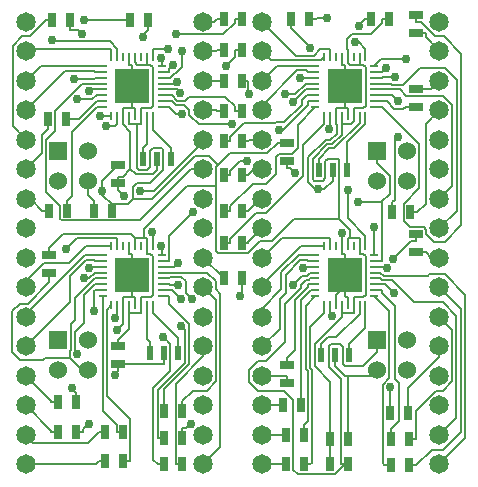
<source format=gtl>
G04 (created by PCBNEW (2013-jul-07)-stable) date Tue 07 Apr 2015 07:11:59 PM PDT*
%MOIN*%
G04 Gerber Fmt 3.4, Leading zero omitted, Abs format*
%FSLAX34Y34*%
G01*
G70*
G90*
G04 APERTURE LIST*
%ADD10C,0.00590551*%
%ADD11R,0.045X0.025*%
%ADD12R,0.0197X0.0512*%
%ADD13R,0.03X0.01*%
%ADD14R,0.01X0.03*%
%ADD15R,0.1181X0.1181*%
%ADD16R,0.025X0.045*%
%ADD17R,0.06X0.06*%
%ADD18C,0.06*%
%ADD19C,0.065*%
%ADD20C,0.03*%
%ADD21C,0.007*%
G04 APERTURE END LIST*
G54D10*
G54D11*
X23740Y-24975D03*
X23740Y-25575D03*
G54D12*
X25039Y-24763D03*
X25511Y-24763D03*
X24567Y-24763D03*
X25275Y-31220D03*
X25747Y-31220D03*
X24803Y-31220D03*
X30905Y-25118D03*
X31377Y-25118D03*
X30433Y-25118D03*
X30984Y-31299D03*
X31456Y-31299D03*
X30512Y-31299D03*
G54D11*
X23740Y-30999D03*
X23740Y-31599D03*
G54D13*
X23228Y-22834D03*
X23228Y-22637D03*
X23228Y-22440D03*
X23228Y-23031D03*
G54D14*
X23523Y-23326D03*
X23720Y-23326D03*
X23917Y-23326D03*
X24114Y-23326D03*
X24310Y-23326D03*
X24507Y-23326D03*
X24704Y-23326D03*
X24901Y-23326D03*
G54D13*
X25196Y-21653D03*
X25196Y-23031D03*
X25196Y-22834D03*
X25196Y-22637D03*
X25196Y-22440D03*
X25196Y-22244D03*
X25196Y-22047D03*
X25196Y-21850D03*
G54D14*
X24901Y-21358D03*
X24704Y-21358D03*
X24507Y-21358D03*
X24310Y-21358D03*
X24114Y-21358D03*
X23917Y-21358D03*
X23720Y-21358D03*
X23523Y-21358D03*
G54D13*
X23228Y-21653D03*
X23228Y-21850D03*
X23228Y-22047D03*
X23228Y-22244D03*
G54D15*
X24212Y-22342D03*
G54D13*
X23228Y-29133D03*
X23228Y-28936D03*
X23228Y-28739D03*
X23228Y-29330D03*
G54D14*
X23523Y-29625D03*
X23720Y-29625D03*
X23917Y-29625D03*
X24114Y-29625D03*
X24310Y-29625D03*
X24507Y-29625D03*
X24704Y-29625D03*
X24901Y-29625D03*
G54D13*
X25196Y-27952D03*
X25196Y-29330D03*
X25196Y-29133D03*
X25196Y-28936D03*
X25196Y-28739D03*
X25196Y-28543D03*
X25196Y-28346D03*
X25196Y-28149D03*
G54D14*
X24901Y-27657D03*
X24704Y-27657D03*
X24507Y-27657D03*
X24310Y-27657D03*
X24114Y-27657D03*
X23917Y-27657D03*
X23720Y-27657D03*
X23523Y-27657D03*
G54D13*
X23228Y-27952D03*
X23228Y-28149D03*
X23228Y-28346D03*
X23228Y-28543D03*
G54D15*
X24212Y-28641D03*
G54D13*
X30315Y-22834D03*
X30315Y-22637D03*
X30315Y-22440D03*
X30315Y-23031D03*
G54D14*
X30610Y-23326D03*
X30807Y-23326D03*
X31004Y-23326D03*
X31201Y-23326D03*
X31397Y-23326D03*
X31594Y-23326D03*
X31791Y-23326D03*
X31988Y-23326D03*
G54D13*
X32283Y-21653D03*
X32283Y-23031D03*
X32283Y-22834D03*
X32283Y-22637D03*
X32283Y-22440D03*
X32283Y-22244D03*
X32283Y-22047D03*
X32283Y-21850D03*
G54D14*
X31988Y-21358D03*
X31791Y-21358D03*
X31594Y-21358D03*
X31397Y-21358D03*
X31201Y-21358D03*
X31004Y-21358D03*
X30807Y-21358D03*
X30610Y-21358D03*
G54D13*
X30315Y-21653D03*
X30315Y-21850D03*
X30315Y-22047D03*
X30315Y-22244D03*
G54D15*
X31299Y-22342D03*
G54D13*
X30315Y-29133D03*
X30315Y-28936D03*
X30315Y-28739D03*
X30315Y-29330D03*
G54D14*
X30610Y-29625D03*
X30807Y-29625D03*
X31004Y-29625D03*
X31201Y-29625D03*
X31397Y-29625D03*
X31594Y-29625D03*
X31791Y-29625D03*
X31988Y-29625D03*
G54D13*
X32283Y-27952D03*
X32283Y-29330D03*
X32283Y-29133D03*
X32283Y-28936D03*
X32283Y-28739D03*
X32283Y-28543D03*
X32283Y-28346D03*
X32283Y-28149D03*
G54D14*
X31988Y-27657D03*
X31791Y-27657D03*
X31594Y-27657D03*
X31397Y-27657D03*
X31201Y-27657D03*
X31004Y-27657D03*
X30807Y-27657D03*
X30610Y-27657D03*
G54D13*
X30315Y-27952D03*
X30315Y-28149D03*
X30315Y-28346D03*
X30315Y-28543D03*
G54D15*
X31299Y-28641D03*
G54D11*
X29389Y-24227D03*
X29389Y-24827D03*
G54D16*
X30822Y-34094D03*
X31422Y-34094D03*
X32810Y-33228D03*
X33410Y-33228D03*
X32829Y-34094D03*
X33429Y-34094D03*
X32849Y-34960D03*
X33449Y-34960D03*
G54D11*
X33661Y-27259D03*
X33661Y-27859D03*
G54D16*
X29925Y-34940D03*
X29325Y-34940D03*
X29925Y-33956D03*
X29325Y-33956D03*
X29827Y-32972D03*
X29227Y-32972D03*
G54D11*
X29389Y-31629D03*
X29389Y-32229D03*
G54D16*
X32888Y-26535D03*
X33488Y-26535D03*
G54D11*
X33661Y-23016D03*
X33661Y-22416D03*
X33661Y-19975D03*
X33661Y-20575D03*
G54D16*
X29522Y-20078D03*
X30122Y-20078D03*
X27259Y-27559D03*
X27859Y-27559D03*
X27259Y-26476D03*
X27859Y-26476D03*
X27259Y-25295D03*
X27859Y-25295D03*
X27259Y-24173D03*
X27859Y-24173D03*
X25290Y-34940D03*
X25890Y-34940D03*
X25290Y-34055D03*
X25890Y-34055D03*
X25290Y-33169D03*
X25890Y-33169D03*
X27859Y-28740D03*
X27259Y-28740D03*
X23922Y-34842D03*
X23322Y-34842D03*
X23922Y-33858D03*
X23322Y-33858D03*
X22347Y-33858D03*
X21747Y-33858D03*
X22347Y-32874D03*
X21747Y-32874D03*
X27859Y-23149D03*
X27259Y-23149D03*
X27859Y-22165D03*
X27259Y-22165D03*
X27859Y-21141D03*
X27259Y-21141D03*
X27859Y-20078D03*
X27259Y-20078D03*
X24748Y-20118D03*
X24148Y-20118D03*
X22051Y-26476D03*
X21451Y-26476D03*
X21992Y-23425D03*
X21392Y-23425D03*
X22150Y-20118D03*
X21550Y-20118D03*
X31402Y-34921D03*
X30802Y-34921D03*
X32180Y-20078D03*
X32780Y-20078D03*
G54D11*
X21456Y-28548D03*
X21456Y-27948D03*
G54D16*
X22928Y-26476D03*
X23528Y-26476D03*
G54D17*
X21744Y-24500D03*
G54D18*
X21744Y-25500D03*
X22744Y-24500D03*
X22744Y-25500D03*
G54D17*
X21744Y-30799D03*
G54D18*
X21744Y-31799D03*
X22744Y-30799D03*
X22744Y-31799D03*
G54D17*
X32374Y-24500D03*
G54D18*
X32374Y-25500D03*
X33374Y-24500D03*
X33374Y-25500D03*
G54D17*
X32374Y-30799D03*
G54D18*
X32374Y-31799D03*
X33374Y-30799D03*
X33374Y-31799D03*
G54D19*
X28543Y-28051D03*
X28543Y-29035D03*
X28543Y-30019D03*
X28543Y-31003D03*
X28543Y-31988D03*
X28543Y-32972D03*
X28543Y-33956D03*
X28543Y-34940D03*
X34448Y-34940D03*
X34448Y-33956D03*
X34448Y-32972D03*
X34448Y-31988D03*
X34448Y-31003D03*
X34448Y-30019D03*
X34448Y-29035D03*
X34448Y-28051D03*
X28543Y-20177D03*
X28543Y-21161D03*
X28543Y-22145D03*
X28543Y-23129D03*
X28543Y-24114D03*
X28543Y-25098D03*
X28543Y-26082D03*
X28543Y-27066D03*
X34448Y-27066D03*
X34448Y-26082D03*
X34448Y-25098D03*
X34448Y-24114D03*
X34448Y-23129D03*
X34448Y-22145D03*
X34448Y-21161D03*
X34448Y-20177D03*
X20669Y-28051D03*
X20669Y-29035D03*
X20669Y-30019D03*
X20669Y-31003D03*
X20669Y-31988D03*
X20669Y-32972D03*
X20669Y-33956D03*
X20669Y-34940D03*
X26574Y-34940D03*
X26574Y-33956D03*
X26574Y-32972D03*
X26574Y-31988D03*
X26574Y-31003D03*
X26574Y-30019D03*
X26574Y-29035D03*
X26574Y-28051D03*
X20669Y-20177D03*
X20669Y-21161D03*
X20669Y-22145D03*
X20669Y-23129D03*
X20669Y-24114D03*
X20669Y-25098D03*
X20669Y-26082D03*
X20669Y-27066D03*
X26574Y-27066D03*
X26574Y-26082D03*
X26574Y-25098D03*
X26574Y-24114D03*
X26574Y-23129D03*
X26574Y-22145D03*
X26574Y-21161D03*
X26574Y-20177D03*
G54D20*
X23217Y-25811D03*
X22530Y-20586D03*
X22372Y-22775D03*
X22196Y-32392D03*
X22384Y-31269D03*
X22765Y-33585D03*
X22954Y-29832D03*
X28029Y-24840D03*
X29117Y-23783D03*
X24565Y-20678D03*
X23145Y-23327D03*
X25670Y-20597D03*
X23333Y-23669D03*
X27801Y-29341D03*
X23626Y-30046D03*
X30155Y-21064D03*
X30785Y-23769D03*
X32911Y-28085D03*
X30865Y-29999D03*
X27339Y-21653D03*
X25865Y-23247D03*
X28101Y-22585D03*
X27538Y-23609D03*
X25825Y-30322D03*
X25825Y-29431D03*
X25248Y-30706D03*
X25725Y-28957D03*
X33058Y-24029D03*
X33058Y-22835D03*
X32822Y-32375D03*
X32937Y-29238D03*
X25880Y-21168D03*
X25743Y-28217D03*
X32985Y-22039D03*
X32701Y-28398D03*
X25181Y-21383D03*
X25176Y-27670D03*
X33356Y-21440D03*
X32263Y-27039D03*
X32660Y-21740D03*
X25570Y-21625D03*
X26247Y-26534D03*
X31736Y-26207D03*
X29581Y-22865D03*
X22763Y-22508D03*
X31762Y-20310D03*
X21546Y-20782D03*
X22010Y-27755D03*
X24482Y-25829D03*
X22275Y-22082D03*
X22772Y-28378D03*
X29815Y-22069D03*
X29915Y-28393D03*
X22609Y-28739D03*
X29294Y-22604D03*
X29580Y-28957D03*
X25824Y-22562D03*
X26196Y-29438D03*
X25712Y-22181D03*
X24875Y-27190D03*
X25408Y-21084D03*
X31409Y-25803D03*
X31647Y-20873D03*
X23632Y-31949D03*
X30405Y-25761D03*
X29640Y-25232D03*
X31201Y-27235D03*
X23946Y-26007D03*
X23695Y-30474D03*
X26159Y-33584D03*
X30702Y-20045D03*
X22622Y-20118D03*
G54D21*
X24838Y-29370D02*
X24507Y-29370D01*
X24908Y-29301D02*
X24838Y-29370D01*
X24908Y-28002D02*
X24908Y-29301D01*
X24818Y-27912D02*
X24908Y-28002D01*
X24704Y-27912D02*
X24818Y-27912D01*
X24704Y-27657D02*
X24704Y-27912D01*
X24704Y-21358D02*
X24704Y-21578D01*
X30802Y-34921D02*
X30802Y-34591D01*
X31915Y-27912D02*
X31791Y-27912D01*
X31994Y-27991D02*
X31915Y-27912D01*
X31994Y-29294D02*
X31994Y-27991D01*
X31918Y-29370D02*
X31994Y-29294D01*
X31594Y-29370D02*
X31918Y-29370D01*
X31791Y-27657D02*
X31791Y-27912D01*
X24310Y-21538D02*
X24310Y-21358D01*
X24385Y-21613D02*
X24310Y-21538D01*
X24669Y-21613D02*
X24385Y-21613D01*
X24704Y-21578D02*
X24669Y-21613D01*
X24507Y-23326D02*
X24507Y-23071D01*
X24838Y-23071D02*
X24507Y-23071D01*
X24908Y-23002D02*
X24838Y-23071D01*
X24908Y-21702D02*
X24908Y-23002D01*
X24819Y-21613D02*
X24908Y-21702D01*
X24739Y-21613D02*
X24819Y-21613D01*
X24704Y-21578D02*
X24739Y-21613D01*
X24114Y-23326D02*
X24114Y-23581D01*
X24507Y-23581D02*
X24363Y-23581D01*
X24363Y-23581D02*
X24114Y-23581D01*
X24507Y-23326D02*
X24507Y-23581D01*
X31397Y-27657D02*
X31397Y-27402D01*
X23217Y-25811D02*
X23217Y-25811D01*
X23217Y-25956D02*
X23217Y-25811D01*
X23528Y-26266D02*
X23217Y-25956D01*
X23217Y-25497D02*
X23740Y-24975D01*
X23217Y-25811D02*
X23217Y-25497D01*
X31397Y-27402D02*
X31465Y-27402D01*
X31465Y-27402D02*
X31791Y-27402D01*
X31201Y-23326D02*
X31201Y-23581D01*
X31465Y-27111D02*
X31465Y-27402D01*
X31116Y-26762D02*
X31465Y-27111D01*
X31594Y-29533D02*
X31594Y-29370D01*
X31594Y-29533D02*
X31594Y-29625D01*
X31594Y-29880D02*
X31201Y-29880D01*
X31594Y-29625D02*
X31594Y-29880D01*
X31201Y-29625D02*
X31201Y-29880D01*
X30822Y-34571D02*
X30822Y-34094D01*
X30802Y-34591D02*
X30822Y-34571D01*
X31201Y-30023D02*
X31201Y-29880D01*
X30294Y-30931D02*
X31201Y-30023D01*
X30294Y-31674D02*
X30294Y-30931D01*
X30822Y-32202D02*
X30294Y-31674D01*
X30822Y-34094D02*
X30822Y-32202D01*
X31791Y-27657D02*
X31791Y-27402D01*
X24507Y-29533D02*
X24507Y-29370D01*
X24507Y-29533D02*
X24507Y-29625D01*
X24507Y-29625D02*
X24507Y-29880D01*
X24114Y-29625D02*
X24114Y-29880D01*
X23740Y-30999D02*
X23740Y-30769D01*
X24507Y-29880D02*
X24114Y-29880D01*
X31201Y-23955D02*
X31201Y-23581D01*
X30887Y-24268D02*
X31201Y-23955D01*
X30719Y-24268D02*
X30887Y-24268D01*
X30226Y-24761D02*
X30719Y-24268D01*
X30226Y-25439D02*
X30226Y-24761D01*
X30269Y-25483D02*
X30226Y-25439D01*
X30573Y-25483D02*
X30269Y-25483D01*
X30653Y-25402D02*
X30573Y-25483D01*
X30653Y-24840D02*
X30653Y-25402D01*
X30737Y-24756D02*
X30653Y-24840D01*
X31091Y-24756D02*
X30737Y-24756D01*
X31116Y-24782D02*
X31091Y-24756D01*
X31116Y-26762D02*
X31116Y-24782D01*
X23768Y-30769D02*
X23740Y-30769D01*
X24114Y-30423D02*
X23768Y-30769D01*
X24114Y-29880D02*
X24114Y-30423D01*
X29389Y-24227D02*
X29059Y-24227D01*
X23528Y-26266D02*
X23528Y-26476D01*
X24227Y-25704D02*
X24227Y-26107D01*
X24382Y-25549D02*
X24227Y-25704D01*
X24813Y-25549D02*
X24382Y-25549D01*
X25243Y-25119D02*
X24813Y-25549D01*
X25243Y-24444D02*
X25243Y-25119D01*
X25200Y-24402D02*
X25243Y-24444D01*
X24897Y-24402D02*
X25200Y-24402D01*
X24803Y-24496D02*
X24897Y-24402D01*
X24803Y-25032D02*
X24803Y-24496D01*
X24710Y-25124D02*
X24803Y-25032D01*
X24425Y-25124D02*
X24710Y-25124D01*
X24363Y-25063D02*
X24425Y-25124D01*
X24363Y-23581D02*
X24363Y-25063D01*
X26759Y-24664D02*
X27067Y-24972D01*
X26315Y-24664D02*
X26759Y-24664D01*
X24872Y-26107D02*
X26315Y-24664D01*
X24227Y-26107D02*
X24872Y-26107D01*
X28711Y-24575D02*
X29059Y-24227D01*
X27464Y-24575D02*
X28711Y-24575D01*
X27067Y-24972D02*
X27464Y-24575D01*
X24068Y-26266D02*
X23528Y-26266D01*
X24227Y-26107D02*
X24068Y-26266D01*
X24704Y-27657D02*
X24704Y-27402D01*
X27013Y-27841D02*
X27013Y-25651D01*
X27061Y-27889D02*
X27013Y-27841D01*
X28072Y-27889D02*
X27061Y-27889D01*
X28464Y-27497D02*
X28072Y-27889D01*
X28880Y-27497D02*
X28464Y-27497D01*
X29615Y-26762D02*
X28880Y-27497D01*
X31116Y-26762D02*
X29615Y-26762D01*
X27013Y-25026D02*
X27067Y-24972D01*
X27013Y-25651D02*
X27013Y-25026D01*
X24598Y-27103D02*
X24598Y-27402D01*
X26050Y-25651D02*
X24598Y-27103D01*
X27013Y-25651D02*
X26050Y-25651D01*
X24310Y-27402D02*
X24598Y-27402D01*
X24598Y-27402D02*
X24704Y-27402D01*
X24310Y-27657D02*
X24310Y-27402D01*
X24170Y-27262D02*
X24310Y-27402D01*
X21912Y-27262D02*
X24170Y-27262D01*
X21456Y-27717D02*
X21912Y-27262D01*
X21456Y-27948D02*
X21456Y-27717D01*
X31594Y-23498D02*
X31594Y-23326D01*
X31511Y-23581D02*
X31594Y-23498D01*
X31201Y-23581D02*
X31511Y-23581D01*
X31915Y-21613D02*
X31791Y-21613D01*
X31994Y-21692D02*
X31915Y-21613D01*
X31994Y-22995D02*
X31994Y-21692D01*
X31918Y-23071D02*
X31994Y-22995D01*
X31594Y-23071D02*
X31918Y-23071D01*
X31594Y-23326D02*
X31594Y-23071D01*
X31791Y-21358D02*
X31791Y-21613D01*
X31397Y-21546D02*
X31397Y-21358D01*
X31464Y-21613D02*
X31397Y-21546D01*
X31791Y-21613D02*
X31464Y-21613D01*
X32550Y-20222D02*
X32550Y-20078D01*
X32189Y-20583D02*
X32550Y-20222D01*
X31548Y-20583D02*
X32189Y-20583D01*
X31380Y-20751D02*
X31548Y-20583D01*
X31380Y-21086D02*
X31380Y-20751D01*
X31397Y-21103D02*
X31380Y-21086D01*
X31397Y-21358D02*
X31397Y-21103D01*
X32780Y-20078D02*
X32550Y-20078D01*
X23025Y-22637D02*
X23228Y-22637D01*
X22888Y-22775D02*
X23025Y-22637D01*
X22372Y-22775D02*
X22888Y-22775D01*
X22150Y-20118D02*
X22150Y-20448D01*
X22392Y-20448D02*
X22530Y-20586D01*
X22150Y-20448D02*
X22392Y-20448D01*
X22347Y-32874D02*
X22347Y-32543D01*
X22347Y-32543D02*
X22196Y-32392D01*
X22971Y-28936D02*
X23228Y-28936D01*
X22599Y-29308D02*
X22971Y-28936D01*
X22599Y-30240D02*
X22599Y-29308D01*
X22321Y-30519D02*
X22599Y-30240D01*
X22321Y-31206D02*
X22321Y-30519D01*
X22384Y-31269D02*
X22321Y-31206D01*
X27259Y-24173D02*
X27489Y-24173D01*
X30315Y-22637D02*
X30060Y-22637D01*
X27489Y-24029D02*
X27489Y-24173D01*
X27948Y-23569D02*
X27489Y-24029D01*
X28970Y-23569D02*
X27948Y-23569D01*
X29012Y-23528D02*
X28970Y-23569D01*
X29280Y-23528D02*
X29012Y-23528D01*
X29862Y-22946D02*
X29280Y-23528D01*
X29862Y-22801D02*
X29862Y-22946D01*
X30026Y-22637D02*
X29862Y-22801D01*
X30060Y-22637D02*
X30026Y-22637D01*
X29389Y-31629D02*
X29389Y-31399D01*
X30315Y-28936D02*
X30060Y-28936D01*
X30060Y-29037D02*
X30060Y-28936D01*
X29651Y-29446D02*
X30060Y-29037D01*
X29651Y-31137D02*
X29651Y-29446D01*
X29389Y-31399D02*
X29651Y-31137D01*
X21992Y-23425D02*
X22223Y-23425D01*
X23042Y-22834D02*
X23228Y-22834D01*
X22451Y-23425D02*
X23042Y-22834D01*
X22223Y-23425D02*
X22451Y-23425D01*
X22577Y-33773D02*
X22765Y-33585D01*
X22577Y-33858D02*
X22577Y-33773D01*
X23228Y-29133D02*
X22973Y-29133D01*
X22347Y-33858D02*
X22577Y-33858D01*
X22954Y-29153D02*
X22973Y-29133D01*
X22954Y-29832D02*
X22954Y-29153D01*
X30060Y-22951D02*
X30060Y-22834D01*
X29228Y-23783D02*
X30060Y-22951D01*
X29117Y-23783D02*
X29228Y-23783D01*
X30315Y-22834D02*
X30060Y-22834D01*
X27800Y-24840D02*
X28029Y-24840D01*
X27489Y-25151D02*
X27800Y-24840D01*
X27489Y-25295D02*
X27489Y-25151D01*
X27259Y-25295D02*
X27489Y-25295D01*
X29827Y-32972D02*
X29827Y-32642D01*
X30161Y-29133D02*
X30315Y-29133D01*
X29827Y-29467D02*
X30161Y-29133D01*
X29827Y-32642D02*
X29827Y-29467D01*
X23043Y-23031D02*
X23228Y-23031D01*
X22215Y-23859D02*
X23043Y-23031D01*
X22215Y-25982D02*
X22215Y-23859D01*
X22051Y-26146D02*
X22215Y-25982D01*
X22051Y-26476D02*
X22051Y-26146D01*
X23228Y-33164D02*
X23228Y-29330D01*
X23691Y-33628D02*
X23228Y-33164D01*
X23691Y-33858D02*
X23691Y-33628D01*
X23922Y-33858D02*
X23691Y-33858D01*
X29730Y-23616D02*
X30315Y-23031D01*
X29730Y-24390D02*
X29730Y-23616D01*
X29533Y-24587D02*
X29730Y-24390D01*
X29122Y-24587D02*
X29533Y-24587D01*
X29000Y-24709D02*
X29122Y-24587D01*
X29000Y-25256D02*
X29000Y-24709D01*
X28666Y-25590D02*
X29000Y-25256D01*
X28231Y-25590D02*
X28666Y-25590D01*
X27489Y-26332D02*
X28231Y-25590D01*
X27489Y-26476D02*
X27489Y-26332D01*
X27259Y-26476D02*
X27489Y-26476D01*
X29925Y-33956D02*
X29925Y-33626D01*
X30062Y-33490D02*
X29925Y-33626D01*
X30062Y-31839D02*
X30062Y-33490D01*
X29995Y-31772D02*
X30062Y-31839D01*
X29995Y-29650D02*
X29995Y-31772D01*
X30315Y-29330D02*
X29995Y-29650D01*
X23522Y-23327D02*
X23523Y-23326D01*
X23145Y-23327D02*
X23522Y-23327D01*
X24748Y-20118D02*
X24748Y-20448D01*
X24565Y-20631D02*
X24565Y-20678D01*
X24748Y-20448D02*
X24565Y-20631D01*
X23368Y-29780D02*
X23523Y-29625D01*
X23368Y-32646D02*
X23368Y-29780D01*
X24152Y-33430D02*
X23368Y-32646D01*
X24152Y-34842D02*
X24152Y-33430D01*
X23922Y-34842D02*
X24152Y-34842D01*
X29908Y-24283D02*
X30610Y-23581D01*
X29908Y-25332D02*
X29908Y-24283D01*
X28666Y-26574D02*
X29908Y-25332D01*
X28335Y-26574D02*
X28666Y-26574D01*
X27489Y-27420D02*
X28335Y-26574D01*
X27489Y-27559D02*
X27489Y-27420D01*
X27259Y-27559D02*
X27489Y-27559D01*
X30610Y-23326D02*
X30610Y-23581D01*
X30136Y-30355D02*
X30610Y-29880D01*
X30136Y-31714D02*
X30136Y-30355D01*
X30204Y-31783D02*
X30136Y-31714D01*
X30204Y-34892D02*
X30204Y-31783D01*
X30156Y-34940D02*
X30204Y-34892D01*
X29925Y-34940D02*
X30156Y-34940D01*
X30610Y-29625D02*
X30610Y-29880D01*
X23720Y-23326D02*
X23720Y-23581D01*
X27859Y-20078D02*
X27628Y-20078D01*
X23633Y-23669D02*
X23333Y-23669D01*
X23720Y-23581D02*
X23633Y-23669D01*
X25680Y-20607D02*
X25670Y-20597D01*
X27244Y-20607D02*
X25680Y-20607D01*
X27628Y-20222D02*
X27244Y-20607D01*
X27628Y-20078D02*
X27628Y-20222D01*
X27859Y-29283D02*
X27801Y-29341D01*
X27859Y-28740D02*
X27859Y-29283D01*
X23720Y-29952D02*
X23626Y-30046D01*
X23720Y-29625D02*
X23720Y-29952D01*
X29522Y-20078D02*
X29522Y-20408D01*
X30807Y-23747D02*
X30785Y-23769D01*
X30807Y-23326D02*
X30807Y-23747D01*
X30155Y-21041D02*
X30155Y-21064D01*
X29522Y-20408D02*
X30155Y-21041D01*
X30807Y-29941D02*
X30865Y-29999D01*
X30807Y-29625D02*
X30807Y-29941D01*
X33661Y-27259D02*
X33661Y-27489D01*
X33507Y-27489D02*
X32911Y-28085D01*
X33661Y-27489D02*
X33507Y-27489D01*
X27628Y-21363D02*
X27339Y-21653D01*
X27628Y-21141D02*
X27628Y-21363D01*
X25667Y-23247D02*
X25451Y-23031D01*
X25865Y-23247D02*
X25667Y-23247D01*
X25196Y-23031D02*
X25451Y-23031D01*
X27859Y-21141D02*
X27628Y-21141D01*
X25451Y-29585D02*
X25451Y-29330D01*
X26112Y-30247D02*
X25451Y-29585D01*
X26112Y-31604D02*
X26112Y-30247D01*
X25290Y-32426D02*
X26112Y-31604D01*
X25290Y-33169D02*
X25290Y-32426D01*
X25196Y-29330D02*
X25451Y-29330D01*
X33779Y-24272D02*
X32538Y-23031D01*
X33779Y-25741D02*
X33779Y-24272D01*
X33258Y-26261D02*
X33779Y-25741D01*
X33258Y-26817D02*
X33258Y-26261D01*
X33469Y-27028D02*
X33258Y-26817D01*
X33934Y-27028D02*
X33469Y-27028D01*
X34018Y-27113D02*
X33934Y-27028D01*
X34018Y-27253D02*
X34018Y-27113D01*
X34276Y-27511D02*
X34018Y-27253D01*
X34638Y-27511D02*
X34276Y-27511D01*
X35177Y-26972D02*
X34638Y-27511D01*
X35177Y-21253D02*
X35177Y-26972D01*
X34593Y-20669D02*
X35177Y-21253D01*
X34308Y-20669D02*
X34593Y-20669D01*
X33844Y-20205D02*
X34308Y-20669D01*
X33661Y-20205D02*
X33844Y-20205D01*
X33661Y-19975D02*
X33661Y-20205D01*
X32283Y-23031D02*
X32538Y-23031D01*
X32849Y-34960D02*
X32619Y-34960D01*
X32560Y-34901D02*
X32619Y-34960D01*
X32560Y-32276D02*
X32560Y-34901D01*
X32779Y-32057D02*
X32560Y-32276D01*
X32779Y-29826D02*
X32779Y-32057D01*
X32283Y-29330D02*
X32779Y-29826D01*
X28089Y-22573D02*
X28101Y-22585D01*
X28089Y-22165D02*
X28089Y-22573D01*
X27859Y-22165D02*
X28089Y-22165D01*
X25536Y-22834D02*
X25196Y-22834D01*
X25660Y-22958D02*
X25536Y-22834D01*
X25937Y-22958D02*
X25660Y-22958D01*
X26120Y-23141D02*
X25937Y-22958D01*
X26120Y-23305D02*
X26120Y-23141D01*
X26425Y-23609D02*
X26120Y-23305D01*
X27538Y-23609D02*
X26425Y-23609D01*
X25290Y-34055D02*
X25060Y-34055D01*
X25965Y-30461D02*
X25825Y-30322D01*
X25965Y-31553D02*
X25965Y-30461D01*
X25060Y-32458D02*
X25965Y-31553D01*
X25060Y-34055D02*
X25060Y-32458D01*
X25528Y-29133D02*
X25825Y-29431D01*
X25196Y-29133D02*
X25528Y-29133D01*
X33661Y-23016D02*
X33331Y-23016D01*
X33256Y-23090D02*
X33331Y-23016D01*
X32953Y-23090D02*
X33256Y-23090D01*
X32696Y-22834D02*
X32953Y-23090D01*
X32283Y-22834D02*
X32696Y-22834D01*
X32538Y-29229D02*
X32538Y-29133D01*
X32968Y-29660D02*
X32538Y-29229D01*
X32968Y-32088D02*
X32968Y-29660D01*
X33094Y-32214D02*
X32968Y-32088D01*
X33094Y-33499D02*
X33094Y-32214D01*
X32829Y-33764D02*
X33094Y-33499D01*
X32829Y-34094D02*
X32829Y-33764D01*
X32283Y-29133D02*
X32538Y-29133D01*
X27859Y-23149D02*
X27628Y-23149D01*
X27628Y-23005D02*
X27628Y-23149D01*
X27305Y-22682D02*
X27628Y-23005D01*
X26097Y-22682D02*
X27305Y-22682D01*
X25961Y-22817D02*
X26097Y-22682D01*
X25718Y-22817D02*
X25961Y-22817D01*
X25538Y-22637D02*
X25718Y-22817D01*
X25196Y-22637D02*
X25538Y-22637D01*
X25264Y-30706D02*
X25248Y-30706D01*
X25479Y-30920D02*
X25264Y-30706D01*
X25479Y-31841D02*
X25479Y-30920D01*
X24920Y-32400D02*
X25479Y-31841D01*
X24920Y-34800D02*
X24920Y-32400D01*
X25060Y-34940D02*
X24920Y-34800D01*
X25196Y-28936D02*
X25451Y-28936D01*
X25290Y-34940D02*
X25060Y-34940D01*
X25472Y-28957D02*
X25451Y-28936D01*
X25725Y-28957D02*
X25472Y-28957D01*
X32283Y-22637D02*
X32538Y-22637D01*
X32888Y-26535D02*
X32888Y-26205D01*
X32968Y-24119D02*
X33058Y-24029D01*
X32968Y-26125D02*
X32968Y-24119D01*
X32888Y-26205D02*
X32968Y-26125D01*
X32860Y-22637D02*
X33058Y-22835D01*
X32538Y-22637D02*
X32860Y-22637D01*
X32810Y-33228D02*
X32810Y-32898D01*
X32822Y-32886D02*
X32822Y-32375D01*
X32810Y-32898D02*
X32822Y-32886D01*
X32636Y-28936D02*
X32937Y-29238D01*
X32283Y-28936D02*
X32636Y-28936D01*
X25880Y-21677D02*
X25880Y-21168D01*
X25676Y-21881D02*
X25880Y-21677D01*
X25647Y-21881D02*
X25676Y-21881D01*
X25480Y-22047D02*
X25647Y-21881D01*
X25196Y-22047D02*
X25480Y-22047D01*
X25613Y-28346D02*
X25743Y-28217D01*
X25196Y-28346D02*
X25613Y-28346D01*
X32283Y-22047D02*
X32538Y-22047D01*
X32546Y-22039D02*
X32985Y-22039D01*
X32538Y-22047D02*
X32546Y-22039D01*
X32649Y-28346D02*
X32283Y-28346D01*
X32701Y-28398D02*
X32649Y-28346D01*
X25196Y-21398D02*
X25196Y-21653D01*
X25181Y-21383D02*
X25196Y-21398D01*
X25196Y-27690D02*
X25196Y-27952D01*
X25176Y-27670D02*
X25196Y-27690D01*
X32495Y-21440D02*
X32283Y-21653D01*
X33356Y-21440D02*
X32495Y-21440D01*
X32283Y-27059D02*
X32283Y-27952D01*
X32263Y-27039D02*
X32283Y-27059D01*
X32374Y-24500D02*
X32374Y-24905D01*
X32283Y-21850D02*
X32538Y-21850D01*
X25196Y-21850D02*
X25451Y-21850D01*
X25451Y-21745D02*
X25570Y-21625D01*
X25451Y-21850D02*
X25451Y-21745D01*
X25196Y-28149D02*
X25451Y-28149D01*
X25451Y-27330D02*
X26247Y-26534D01*
X25451Y-28149D02*
X25451Y-27330D01*
X32791Y-25322D02*
X32374Y-24905D01*
X32791Y-25939D02*
X32791Y-25322D01*
X32522Y-26207D02*
X32791Y-25939D01*
X32648Y-21740D02*
X32660Y-21740D01*
X32538Y-21850D02*
X32648Y-21740D01*
X31736Y-26207D02*
X32522Y-26207D01*
X32538Y-26223D02*
X32538Y-28149D01*
X32522Y-26207D02*
X32538Y-26223D01*
X32283Y-28149D02*
X32538Y-28149D01*
X22744Y-25962D02*
X22928Y-26146D01*
X22744Y-25500D02*
X22744Y-25962D01*
X22928Y-26476D02*
X22928Y-26146D01*
X30315Y-22440D02*
X30060Y-22440D01*
X22831Y-22440D02*
X22763Y-22508D01*
X23228Y-22440D02*
X22831Y-22440D01*
X30006Y-22440D02*
X29581Y-22865D01*
X30060Y-22440D02*
X30006Y-22440D01*
X32180Y-20078D02*
X31950Y-20078D01*
X31950Y-20123D02*
X31762Y-20310D01*
X31950Y-20078D02*
X31950Y-20123D01*
X23228Y-28739D02*
X22973Y-28739D01*
X22534Y-31799D02*
X22129Y-31394D01*
X22744Y-31799D02*
X22534Y-31799D01*
X21456Y-28861D02*
X21456Y-28548D01*
X20740Y-29577D02*
X21456Y-28861D01*
X20479Y-29577D02*
X20740Y-29577D01*
X20222Y-29834D02*
X20479Y-29577D01*
X20222Y-31178D02*
X20222Y-29834D01*
X20488Y-31445D02*
X20222Y-31178D01*
X21251Y-31445D02*
X20488Y-31445D01*
X21302Y-31394D02*
X21251Y-31445D01*
X22129Y-31394D02*
X21302Y-31394D01*
X22970Y-28739D02*
X22973Y-28739D01*
X22319Y-29390D02*
X22970Y-28739D01*
X22319Y-30120D02*
X22319Y-29390D01*
X22181Y-30258D02*
X22319Y-30120D01*
X22181Y-31111D02*
X22181Y-30258D01*
X22129Y-31163D02*
X22181Y-31111D01*
X22129Y-31394D02*
X22129Y-31163D01*
X31172Y-32109D02*
X31172Y-34921D01*
X30771Y-31708D02*
X31172Y-32109D01*
X30771Y-30993D02*
X30771Y-31708D01*
X30827Y-30938D02*
X30771Y-30993D01*
X31152Y-30938D02*
X30827Y-30938D01*
X31252Y-31038D02*
X31152Y-30938D01*
X31252Y-31598D02*
X31252Y-31038D01*
X31314Y-31660D02*
X31252Y-31598D01*
X31917Y-31660D02*
X31314Y-31660D01*
X32374Y-31204D02*
X31917Y-31660D01*
X32374Y-30799D02*
X32374Y-31204D01*
X31402Y-34921D02*
X31287Y-34921D01*
X31287Y-34921D02*
X31172Y-34921D01*
X30151Y-28739D02*
X30315Y-28739D01*
X30101Y-28788D02*
X30151Y-28739D01*
X30003Y-28788D02*
X30101Y-28788D01*
X29835Y-28956D02*
X30003Y-28788D01*
X29835Y-29063D02*
X29835Y-28956D01*
X29319Y-29579D02*
X29835Y-29063D01*
X29319Y-30852D02*
X29319Y-29579D01*
X28676Y-31496D02*
X29319Y-30852D01*
X28400Y-31496D02*
X28676Y-31496D01*
X28109Y-31787D02*
X28400Y-31496D01*
X28109Y-32191D02*
X28109Y-31787D01*
X28398Y-32480D02*
X28109Y-32191D01*
X29260Y-32480D02*
X28398Y-32480D01*
X29579Y-32799D02*
X29260Y-32480D01*
X29579Y-35114D02*
X29579Y-32799D01*
X29735Y-35271D02*
X29579Y-35114D01*
X30980Y-35271D02*
X29735Y-35271D01*
X31287Y-34963D02*
X30980Y-35271D01*
X31287Y-34921D02*
X31287Y-34963D01*
X23720Y-21089D02*
X23720Y-21358D01*
X23472Y-20841D02*
X23720Y-21089D01*
X21605Y-20841D02*
X23472Y-20841D01*
X21546Y-20782D02*
X21605Y-20841D01*
X23720Y-27657D02*
X23720Y-27402D01*
X22363Y-27402D02*
X23720Y-27402D01*
X22010Y-27755D02*
X22363Y-27402D01*
X30807Y-21358D02*
X30807Y-21103D01*
X30477Y-21103D02*
X30807Y-21103D01*
X30261Y-21319D02*
X30477Y-21103D01*
X29685Y-21319D02*
X30261Y-21319D01*
X28543Y-20177D02*
X29685Y-21319D01*
X30807Y-27657D02*
X30807Y-27402D01*
X29191Y-27402D02*
X30807Y-27402D01*
X28543Y-28051D02*
X29191Y-27402D01*
X20727Y-21103D02*
X23523Y-21103D01*
X20669Y-21161D02*
X20727Y-21103D01*
X23523Y-21358D02*
X23523Y-21103D01*
X20669Y-28817D02*
X20669Y-29035D01*
X21267Y-28219D02*
X20669Y-28817D01*
X22112Y-28219D02*
X21267Y-28219D01*
X22673Y-27657D02*
X22112Y-28219D01*
X23523Y-27657D02*
X22673Y-27657D01*
X30508Y-21459D02*
X30610Y-21358D01*
X28841Y-21459D02*
X30508Y-21459D01*
X28543Y-21161D02*
X28841Y-21459D01*
X29850Y-27657D02*
X30610Y-27657D01*
X28543Y-28965D02*
X29850Y-27657D01*
X28543Y-29035D02*
X28543Y-28965D01*
X21161Y-21653D02*
X23228Y-21653D01*
X20669Y-22145D02*
X21161Y-21653D01*
X22630Y-27952D02*
X23228Y-27952D01*
X20669Y-29913D02*
X22630Y-27952D01*
X20669Y-30019D02*
X20669Y-29913D01*
X30315Y-21653D02*
X30060Y-21653D01*
X29035Y-21653D02*
X28543Y-22145D01*
X30060Y-21653D02*
X29035Y-21653D01*
X30315Y-27952D02*
X30060Y-27952D01*
X29761Y-27952D02*
X30060Y-27952D01*
X29185Y-28528D02*
X29761Y-27952D01*
X29185Y-29103D02*
X29185Y-28528D01*
X28543Y-29745D02*
X29185Y-29103D01*
X28543Y-30019D02*
X28543Y-29745D01*
X23228Y-21850D02*
X22973Y-21850D01*
X22947Y-21824D02*
X22973Y-21850D01*
X21974Y-21824D02*
X22947Y-21824D01*
X20669Y-23129D02*
X21974Y-21824D01*
X23228Y-28149D02*
X22973Y-28149D01*
X22937Y-28113D02*
X22973Y-28149D01*
X22676Y-28113D02*
X22937Y-28113D01*
X22136Y-28653D02*
X22676Y-28113D01*
X22136Y-29536D02*
X22136Y-28653D01*
X20669Y-31003D02*
X22136Y-29536D01*
X30018Y-21808D02*
X30060Y-21850D01*
X29716Y-21808D02*
X30018Y-21808D01*
X28543Y-22981D02*
X29716Y-21808D01*
X28543Y-23129D02*
X28543Y-22981D01*
X30315Y-21850D02*
X30060Y-21850D01*
X30315Y-28149D02*
X30060Y-28149D01*
X30048Y-28138D02*
X30060Y-28149D01*
X29808Y-28138D02*
X30048Y-28138D01*
X29325Y-28621D02*
X29808Y-28138D01*
X29325Y-29219D02*
X29325Y-28621D01*
X29127Y-29417D02*
X29325Y-29219D01*
X29127Y-30419D02*
X29127Y-29417D01*
X28543Y-31003D02*
X29127Y-30419D01*
X23228Y-22047D02*
X22973Y-22047D01*
X22938Y-22082D02*
X22275Y-22082D01*
X22973Y-22047D02*
X22938Y-22082D01*
X24951Y-25829D02*
X24482Y-25829D01*
X26574Y-24206D02*
X24951Y-25829D01*
X26574Y-24114D02*
X26574Y-24206D01*
X22804Y-28346D02*
X22772Y-28378D01*
X23228Y-28346D02*
X22804Y-28346D01*
X30315Y-22047D02*
X30060Y-22047D01*
X30037Y-22069D02*
X30060Y-22047D01*
X29815Y-22069D02*
X30037Y-22069D01*
X29962Y-28346D02*
X30315Y-28346D01*
X29915Y-28393D02*
X29962Y-28346D01*
X22539Y-22244D02*
X23228Y-22244D01*
X21637Y-23146D02*
X22539Y-22244D01*
X21637Y-23827D02*
X21637Y-23146D01*
X21338Y-24125D02*
X21637Y-23827D01*
X21338Y-25852D02*
X21338Y-24125D01*
X21817Y-26331D02*
X21338Y-25852D01*
X21817Y-26765D02*
X21817Y-26331D01*
X21858Y-26806D02*
X21817Y-26765D01*
X24458Y-26806D02*
X21858Y-26806D01*
X26166Y-25098D02*
X24458Y-26806D01*
X26574Y-25098D02*
X26166Y-25098D01*
X22968Y-28543D02*
X23228Y-28543D01*
X22772Y-28739D02*
X22968Y-28543D01*
X22609Y-28739D02*
X22772Y-28739D01*
X30002Y-22244D02*
X30315Y-22244D01*
X29641Y-22604D02*
X30002Y-22244D01*
X29294Y-22604D02*
X29641Y-22604D01*
X29889Y-28648D02*
X29580Y-28957D01*
X30043Y-28648D02*
X29889Y-28648D01*
X30148Y-28543D02*
X30043Y-28648D01*
X30315Y-28543D02*
X30148Y-28543D01*
X25701Y-22440D02*
X25824Y-22562D01*
X25196Y-22440D02*
X25701Y-22440D01*
X25196Y-28739D02*
X25451Y-28739D01*
X25492Y-28698D02*
X25451Y-28739D01*
X25851Y-28698D02*
X25492Y-28698D01*
X25991Y-28838D02*
X25851Y-28698D01*
X25991Y-29232D02*
X25991Y-28838D01*
X26196Y-29438D02*
X25991Y-29232D01*
X34881Y-25649D02*
X34448Y-26082D01*
X34881Y-22951D02*
X34881Y-25649D01*
X34580Y-22650D02*
X34881Y-22951D01*
X33353Y-22650D02*
X34580Y-22650D01*
X33143Y-22440D02*
X33353Y-22650D01*
X32283Y-22440D02*
X33143Y-22440D01*
X35019Y-33386D02*
X34448Y-33956D01*
X35019Y-29977D02*
X35019Y-33386D01*
X34569Y-29527D02*
X35019Y-29977D01*
X33620Y-29527D02*
X34569Y-29527D01*
X32886Y-28793D02*
X33620Y-29527D01*
X32537Y-28793D02*
X32886Y-28793D01*
X32483Y-28739D02*
X32537Y-28793D01*
X32283Y-28739D02*
X32483Y-28739D01*
X25649Y-22244D02*
X25712Y-22181D01*
X25196Y-22244D02*
X25649Y-22244D01*
X26720Y-28543D02*
X25196Y-28543D01*
X27005Y-28829D02*
X26720Y-28543D01*
X27005Y-29103D02*
X27005Y-28829D01*
X27149Y-29246D02*
X27005Y-29103D01*
X27149Y-34366D02*
X27149Y-29246D01*
X26574Y-34940D02*
X27149Y-34366D01*
X35037Y-26478D02*
X34448Y-27066D01*
X35037Y-22123D02*
X35037Y-26478D01*
X34626Y-21712D02*
X35037Y-22123D01*
X33818Y-21712D02*
X34626Y-21712D01*
X33235Y-22294D02*
X33818Y-21712D01*
X32879Y-22294D02*
X33235Y-22294D01*
X32829Y-22244D02*
X32879Y-22294D01*
X32283Y-22244D02*
X32829Y-22244D01*
X35323Y-34065D02*
X34448Y-34940D01*
X35323Y-29278D02*
X35323Y-34065D01*
X34640Y-28594D02*
X35323Y-29278D01*
X34119Y-28594D02*
X34640Y-28594D01*
X34060Y-28653D02*
X34119Y-28594D01*
X32595Y-28653D02*
X34060Y-28653D01*
X32485Y-28543D02*
X32595Y-28653D01*
X32283Y-28543D02*
X32485Y-28543D01*
X24901Y-27216D02*
X24875Y-27190D01*
X24901Y-27657D02*
X24901Y-27216D01*
X24901Y-21358D02*
X24901Y-21103D01*
X24920Y-21084D02*
X25408Y-21084D01*
X24901Y-21103D02*
X24920Y-21084D01*
X31988Y-27316D02*
X31988Y-27657D01*
X31409Y-26737D02*
X31988Y-27316D01*
X31409Y-25803D02*
X31409Y-26737D01*
X31758Y-20873D02*
X31988Y-21103D01*
X31647Y-20873D02*
X31758Y-20873D01*
X31988Y-21358D02*
X31988Y-21103D01*
X24567Y-24763D02*
X24567Y-24402D01*
X24704Y-23326D02*
X24704Y-23581D01*
X24704Y-24265D02*
X24704Y-23581D01*
X24567Y-24402D02*
X24704Y-24265D01*
X24704Y-30760D02*
X24803Y-30859D01*
X24704Y-29625D02*
X24704Y-30760D01*
X24803Y-31220D02*
X24803Y-30859D01*
X30433Y-25118D02*
X30433Y-24757D01*
X31791Y-23573D02*
X31791Y-23326D01*
X30955Y-24408D02*
X31791Y-23573D01*
X30781Y-24408D02*
X30955Y-24408D01*
X30433Y-24757D02*
X30781Y-24408D01*
X31791Y-29625D02*
X31791Y-29880D01*
X30512Y-31299D02*
X30512Y-30938D01*
X30744Y-30706D02*
X30512Y-30938D01*
X31017Y-30706D02*
X30744Y-30706D01*
X31791Y-29932D02*
X31017Y-30706D01*
X31791Y-29880D02*
X31791Y-29932D01*
X24901Y-23326D02*
X24901Y-23581D01*
X25511Y-24763D02*
X25511Y-24402D01*
X24901Y-23792D02*
X25511Y-24402D01*
X24901Y-23581D02*
X24901Y-23792D01*
X25747Y-30726D02*
X25747Y-31220D01*
X24901Y-29880D02*
X25747Y-30726D01*
X24901Y-29625D02*
X24901Y-29880D01*
X31988Y-23326D02*
X31988Y-23581D01*
X31377Y-25118D02*
X31377Y-24757D01*
X31377Y-24192D02*
X31988Y-23581D01*
X31377Y-24757D02*
X31377Y-24192D01*
X31988Y-30406D02*
X31988Y-29625D01*
X31456Y-30938D02*
X31988Y-30406D01*
X31456Y-31299D02*
X31456Y-30938D01*
X31265Y-21613D02*
X31201Y-21613D01*
X31299Y-21646D02*
X31265Y-21613D01*
X31201Y-21358D02*
X31201Y-21613D01*
X31299Y-21994D02*
X31299Y-21646D01*
X24179Y-21613D02*
X24114Y-21613D01*
X24212Y-21646D02*
X24179Y-21613D01*
X24212Y-21994D02*
X24212Y-21646D01*
X25039Y-24763D02*
X25039Y-25124D01*
X31299Y-21994D02*
X31299Y-22342D01*
X24212Y-21994D02*
X24212Y-22342D01*
X24114Y-21486D02*
X24114Y-21613D01*
X24114Y-21486D02*
X24114Y-21358D01*
X25275Y-31220D02*
X25275Y-31581D01*
X23740Y-31599D02*
X24070Y-31599D01*
X24179Y-27912D02*
X24114Y-27912D01*
X24212Y-27946D02*
X24179Y-27912D01*
X24212Y-28641D02*
X24212Y-27946D01*
X24114Y-27657D02*
X24114Y-27912D01*
X24212Y-22342D02*
X24212Y-23038D01*
X23917Y-23326D02*
X23917Y-23071D01*
X24179Y-23071D02*
X24212Y-23038D01*
X23917Y-23071D02*
X24179Y-23071D01*
X24310Y-23326D02*
X24310Y-23071D01*
X24245Y-23071D02*
X24310Y-23071D01*
X24212Y-23038D02*
X24245Y-23071D01*
X23740Y-31842D02*
X23740Y-31599D01*
X23632Y-31949D02*
X23740Y-31842D01*
X30905Y-25118D02*
X30905Y-25479D01*
X31004Y-23326D02*
X31004Y-23071D01*
X31299Y-22342D02*
X31299Y-23038D01*
X30984Y-31299D02*
X30984Y-31660D01*
X31422Y-34094D02*
X31422Y-33764D01*
X31332Y-29370D02*
X31397Y-29370D01*
X31299Y-29337D02*
X31332Y-29370D01*
X31397Y-29625D02*
X31397Y-29370D01*
X31299Y-28641D02*
X31299Y-28989D01*
X31299Y-28989D02*
X31299Y-29337D01*
X31004Y-29370D02*
X31004Y-29370D01*
X31004Y-29284D02*
X31004Y-29370D01*
X31299Y-28989D02*
X31004Y-29284D01*
X31004Y-29625D02*
X31004Y-29370D01*
X31004Y-23071D02*
X31299Y-23071D01*
X31299Y-23071D02*
X31299Y-23038D01*
X31299Y-23071D02*
X31397Y-23071D01*
X31397Y-23326D02*
X31397Y-23071D01*
X23740Y-25575D02*
X23740Y-25345D01*
X29389Y-24827D02*
X29389Y-25057D01*
X31004Y-23326D02*
X31004Y-23581D01*
X31422Y-31977D02*
X31422Y-33764D01*
X31301Y-31977D02*
X31422Y-31977D01*
X30984Y-31660D02*
X31301Y-31977D01*
X32195Y-31977D02*
X32374Y-31799D01*
X31422Y-31977D02*
X32195Y-31977D01*
X30622Y-25761D02*
X30405Y-25761D01*
X30905Y-25479D02*
X30622Y-25761D01*
X23744Y-25805D02*
X23740Y-25805D01*
X23946Y-26007D02*
X23744Y-25805D01*
X23740Y-25575D02*
X23740Y-25805D01*
X24154Y-23843D02*
X24154Y-25082D01*
X23917Y-23606D02*
X24154Y-23843D01*
X23917Y-23326D02*
X23917Y-23606D01*
X24337Y-25265D02*
X24154Y-25082D01*
X24899Y-25265D02*
X24337Y-25265D01*
X25039Y-25124D02*
X24899Y-25265D01*
X23891Y-25345D02*
X23740Y-25345D01*
X24154Y-25082D02*
X23891Y-25345D01*
X29466Y-25057D02*
X29640Y-25232D01*
X29389Y-25057D02*
X29466Y-25057D01*
X24087Y-31581D02*
X24070Y-31599D01*
X24087Y-31581D02*
X24087Y-31581D01*
X25275Y-31581D02*
X24087Y-31581D01*
X23917Y-30252D02*
X23917Y-29625D01*
X23695Y-30474D02*
X23917Y-30252D01*
X24212Y-28641D02*
X24212Y-29337D01*
X23917Y-29625D02*
X23917Y-29370D01*
X24179Y-29370D02*
X24212Y-29337D01*
X23917Y-29370D02*
X24179Y-29370D01*
X24310Y-29625D02*
X24310Y-29370D01*
X24245Y-29370D02*
X24310Y-29370D01*
X24212Y-29337D02*
X24245Y-29370D01*
X31201Y-27235D02*
X31201Y-27657D01*
X31265Y-27912D02*
X31299Y-27946D01*
X31201Y-27912D02*
X31265Y-27912D01*
X31299Y-28641D02*
X31299Y-27946D01*
X31201Y-27657D02*
X31201Y-27912D01*
X31042Y-23619D02*
X31004Y-23581D01*
X31042Y-23911D02*
X31042Y-23619D01*
X30824Y-24128D02*
X31042Y-23911D01*
X30661Y-24128D02*
X30824Y-24128D01*
X30086Y-24703D02*
X30661Y-24128D01*
X30086Y-25541D02*
X30086Y-24703D01*
X30307Y-25761D02*
X30086Y-25541D01*
X30405Y-25761D02*
X30307Y-25761D01*
X26249Y-32480D02*
X25890Y-32839D01*
X26701Y-32480D02*
X26249Y-32480D01*
X27006Y-32175D02*
X26701Y-32480D01*
X27006Y-29466D02*
X27006Y-32175D01*
X26574Y-29035D02*
X27006Y-29466D01*
X25890Y-33169D02*
X25890Y-32839D01*
X26018Y-33725D02*
X25890Y-33725D01*
X26159Y-33584D02*
X26018Y-33725D01*
X25890Y-34055D02*
X25890Y-33725D01*
X25890Y-34940D02*
X25660Y-34940D01*
X26574Y-31340D02*
X26574Y-31003D01*
X25660Y-32254D02*
X26574Y-31340D01*
X25660Y-34940D02*
X25660Y-32254D01*
X21517Y-33820D02*
X21517Y-33858D01*
X20669Y-32972D02*
X21517Y-33820D01*
X21747Y-33858D02*
X21517Y-33858D01*
X22737Y-34212D02*
X23091Y-33858D01*
X20924Y-34212D02*
X22737Y-34212D01*
X20669Y-33956D02*
X20924Y-34212D01*
X23322Y-33858D02*
X23091Y-33858D01*
X21517Y-32836D02*
X21517Y-32874D01*
X20669Y-31988D02*
X21517Y-32836D01*
X21747Y-32874D02*
X21517Y-32874D01*
X22993Y-34940D02*
X23091Y-34842D01*
X20669Y-34940D02*
X22993Y-34940D01*
X23322Y-34842D02*
X23091Y-34842D01*
X28148Y-24114D02*
X28089Y-24173D01*
X28543Y-24114D02*
X28148Y-24114D01*
X27859Y-24173D02*
X28089Y-24173D01*
X27259Y-28735D02*
X27259Y-28740D01*
X26574Y-28051D02*
X27259Y-28735D01*
X28089Y-27521D02*
X28089Y-27559D01*
X28543Y-27066D02*
X28089Y-27521D01*
X27859Y-27559D02*
X28089Y-27559D01*
X28286Y-25098D02*
X28089Y-25295D01*
X28543Y-25098D02*
X28286Y-25098D01*
X27859Y-25295D02*
X28089Y-25295D01*
X28482Y-26082D02*
X28089Y-26476D01*
X28543Y-26082D02*
X28482Y-26082D01*
X27859Y-26476D02*
X28089Y-26476D01*
X30386Y-20045D02*
X30352Y-20078D01*
X30702Y-20045D02*
X30386Y-20045D01*
X30122Y-20078D02*
X30352Y-20078D01*
X33991Y-20704D02*
X33991Y-20575D01*
X34448Y-21161D02*
X33991Y-20704D01*
X33661Y-20575D02*
X33991Y-20575D01*
X34177Y-22416D02*
X33661Y-22416D01*
X34448Y-22145D02*
X34177Y-22416D01*
X33488Y-26535D02*
X33719Y-26535D01*
X33991Y-23587D02*
X34448Y-23129D01*
X33991Y-26262D02*
X33991Y-23587D01*
X33719Y-26535D02*
X33991Y-26262D01*
X33410Y-32402D02*
X33410Y-33228D01*
X34448Y-31363D02*
X33410Y-32402D01*
X34448Y-31003D02*
X34448Y-31363D01*
X33660Y-33150D02*
X33660Y-34094D01*
X34330Y-32480D02*
X33660Y-33150D01*
X34570Y-32480D02*
X34330Y-32480D01*
X34878Y-32171D02*
X34570Y-32480D01*
X34878Y-30449D02*
X34878Y-32171D01*
X34448Y-30019D02*
X34878Y-30449D01*
X33429Y-34094D02*
X33660Y-34094D01*
X34191Y-34448D02*
X33679Y-34960D01*
X34577Y-34448D02*
X34191Y-34448D01*
X35174Y-33851D02*
X34577Y-34448D01*
X35174Y-29761D02*
X35174Y-33851D01*
X34448Y-29035D02*
X35174Y-29761D01*
X33449Y-34960D02*
X33679Y-34960D01*
X34183Y-28051D02*
X33991Y-27859D01*
X34448Y-28051D02*
X34183Y-28051D01*
X33661Y-27859D02*
X33991Y-27859D01*
X24148Y-20118D02*
X23918Y-20118D01*
X23918Y-20118D02*
X22622Y-20118D01*
X26930Y-20177D02*
X27028Y-20078D01*
X26574Y-20177D02*
X26930Y-20177D01*
X27259Y-20078D02*
X27028Y-20078D01*
X27009Y-21161D02*
X27028Y-21141D01*
X26574Y-21161D02*
X27009Y-21161D01*
X27259Y-21141D02*
X27028Y-21141D01*
X27009Y-22145D02*
X27028Y-22165D01*
X26574Y-22145D02*
X27009Y-22145D01*
X27259Y-22165D02*
X27028Y-22165D01*
X27009Y-23129D02*
X27028Y-23149D01*
X26574Y-23129D02*
X27009Y-23129D01*
X27259Y-23149D02*
X27028Y-23149D01*
X28543Y-32972D02*
X29227Y-32972D01*
X28543Y-33956D02*
X29325Y-33956D01*
X29378Y-31988D02*
X29389Y-31999D01*
X28543Y-31988D02*
X29378Y-31988D01*
X29389Y-32229D02*
X29389Y-31999D01*
X28543Y-34940D02*
X29325Y-34940D01*
X21320Y-20146D02*
X21320Y-20118D01*
X20797Y-20669D02*
X21320Y-20146D01*
X20552Y-20669D02*
X20797Y-20669D01*
X20226Y-20995D02*
X20552Y-20669D01*
X20226Y-23671D02*
X20226Y-20995D01*
X20669Y-24114D02*
X20226Y-23671D01*
X21550Y-20118D02*
X21320Y-20118D01*
X21392Y-23425D02*
X21392Y-23755D01*
X21194Y-24572D02*
X20669Y-25098D01*
X21194Y-23953D02*
X21194Y-24572D01*
X21392Y-23755D02*
X21194Y-23953D01*
X20828Y-26082D02*
X21221Y-26476D01*
X20669Y-26082D02*
X20828Y-26082D01*
X21451Y-26476D02*
X21221Y-26476D01*
M02*

</source>
